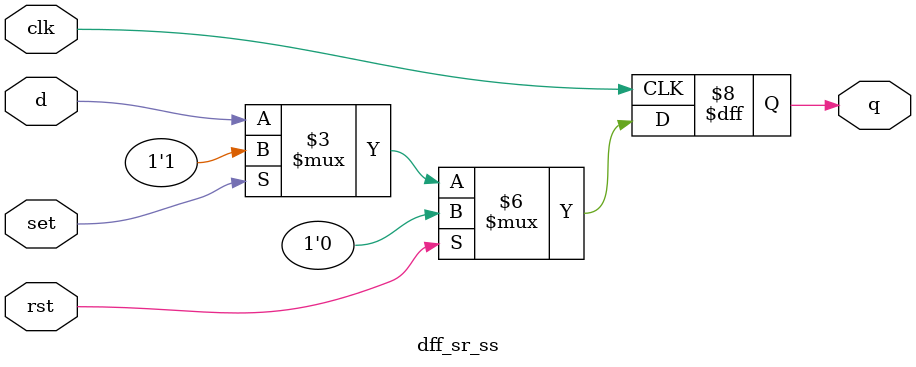
<source format=v>
/***********************************************************
File Name:	dff_sr_ss.v
Author: 	Kevan Thompson
Date:		March 24, 2024
Description: A d flip flop with positive edge clock and 
            synchronous reset and set

***********************************************************/
module dff_sr_ss(
    input clk,
    input rst,
    input set,
    input d,
    output reg q
);

always@(posedge clk) 
    if(rst) 
        q <= 1'b0;
    else if(set)
        q <= 1'b1;
    else
        q <= d;

endmodule
</source>
